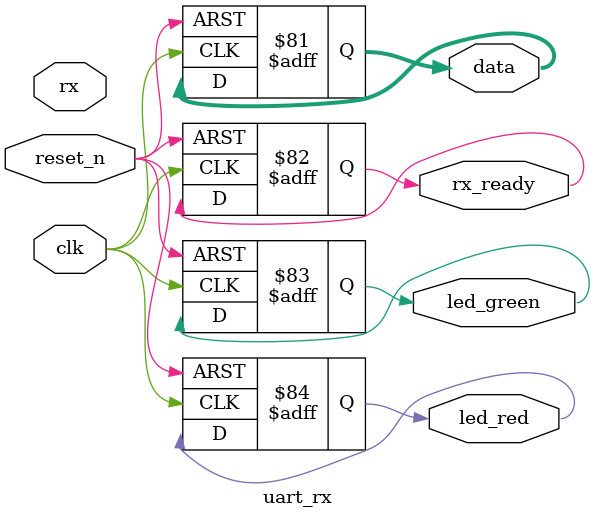
<source format=sv>
module uart_rx (
    input wire clk,         // Clock input
    input wire reset_n,     // Active low asynchronous reset
    input wire rx,          // UART RX input
    output reg [7:0] data,  // Received data output
    output reg rx_ready,    // Receive data ready signal
    output reg led_green,   // Green LED output
    output reg led_red      // Red LED output
);

// Parameters
parameter CLK_FREQ = 100_000_000;   // Clock frequency in Hz
parameter BAUD_RATE = 115_200;       // Baud rate in bits per second
parameter BIT_TIME = CLK_FREQ / BAUD_RATE; // Time for one bit

// States for the state machine
typedef enum logic [2:0] {
    IDLE,
    START_BIT,
    DATA_BITS,
    STOP_BIT
} state_t;

// Internal signals
reg [3:0] count;
reg [6:0] shift_reg;
state_t state;
reg [6:0] bit_count;

// Always block for state machine
always_ff @(posedge clk or negedge reset_n) begin
    if (!reset_n) begin
        state <= IDLE;
        count <= 4'b0;
        shift_reg <= 7'b0;
        data <= 8'b0;
        rx_ready <= 0;
        bit_count <= 7'b0;
        led_green <= 0;
        led_red <= 0;
    end else begin
        case(state)
            IDLE: begin
                if (!rx) begin
                    state <= START_BIT;
                    count <= 0;
                end
            end
            START_BIT: begin
                if (count == BIT_TIME / 2) begin
                    state <= DATA_BITS;
                    count <= 0;
                end else begin
                    count <= count + 1;
                end
            end
            DATA_BITS: begin
                if (count == BIT_TIME) begin
                    shift_reg <= {shift_reg[5:0], rx};
                    count <= 0;
                    bit_count <= bit_count + 1;
                end else begin
                    count <= count + 1;
                end
            end
            STOP_BIT: begin
                if (count == BIT_TIME) begin
                    data <= shift_reg;
                    rx_ready <= 1;
                    if (bit_count == 8'd80)
                        led_green <= 1;
                    else
                        led_red <= 1;
                    state <= IDLE;
                    count <= 0;
                    bit_count <= 7'b0;
                end else begin
                    count <= count + 1;
                end
            end
        endcase
    end
end

endmodule
</source>
